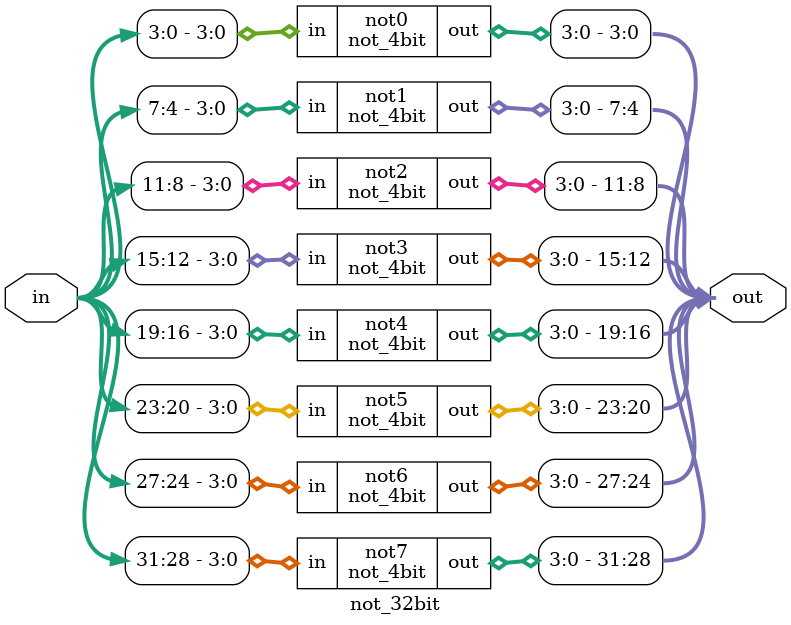
<source format=v>
module adder_1bit (carryOut,sum,a,b,carryIn);
    input a,b,carryIn;
    output sum, carryOut;
    assign sum = a^b^carryIn;
    assign carryOut = a&b | b&carryIn | carryIn&a;
    
endmodule

module adder_4bit(carryOut,sum,a,b,carryIn);
    input [3:0] a,b;
    input carryIn;
    output [3:0] sum;
    output carryOut;
    wire [2:0] internalCarry;

    adder_1bit adder0(internalCarry[0],sum[0],a[0],b[0],carryIn);
    adder_1bit adder1(internalCarry[1],sum[1],a[1],b[1],internalCarry[0]);
    adder_1bit adder2(internalCarry[2],sum[2],a[2],b[2],internalCarry[1]);
    adder_1bit adder3(carryOut,sum[3],a[3],b[3],internalCarry[2]);
endmodule

module adder_32bit(carryOut,sum,a,b,carryIn);
input [31:0] a,b;
input carryIn;
output [31:0] sum;
output carryOut;
wire [6:0] internalCarry;

adder_4bit adder0(
    .carryOut(internalCarry[0]),
    .sum(sum[3:0]),
    .a(a[3:0]),
    .b(b[3:0]),
    .carryIn(carryIn)
);
adder_4bit adder1(
    .carryOut(internalCarry[1]),
    .sum(sum[7:4]),
    .a(a[7:4]),
    .b(b[7:4]),
    .carryIn(internalCarry[0])
);
adder_4bit adder2(
    .carryOut(internalCarry[2]),
    .sum(sum[11:8]),
    .a(a[11:8]),
    .b(b[11:8]),
    .carryIn(internalCarry[1])
);
adder_4bit adder3(
    .carryOut(internalCarry[3]),
    .sum(sum[15:12]),
    .a(a[15:12]),
    .b(b[15:12]),
    .carryIn(internalCarry[2])
);
adder_4bit adder4(
    .carryOut(internalCarry[4]),
    .sum(sum[19:16]),
    .a(a[19:16]),
    .b(b[19:16]),
    .carryIn(internalCarry[3])
);
adder_4bit adder5(
    .carryOut(internalCarry[5]),
    .sum(sum[23:20]),
    .a(a[23:20]),
    .b(b[23:20]),
    .carryIn(internalCarry[4])
);
adder_4bit adder6(
    .carryOut(internalCarry[6]),
    .sum(sum[27:24]),
    .a(a[27:24]),
    .b(b[27:24]),
    .carryIn(internalCarry[5])
);
adder_4bit adder7(
    .carryOut(carryOut),
    .sum(sum[31:28]),
    .a(a[31:28]),
    .b(b[31:28]),
    .carryIn(internalCarry[6])
);

endmodule

module and_4bit(out,a,b);
    input [3:0] a,b;
    output [3:0] out;

    assign out[0] = a[0] & b[0];
    assign out[1] = a[1] & b[1];
    assign out[2] = a[2] & b[2];
    assign out[3] = a[3] & b[3];
endmodule

module and_32bit(out,a,b);
    input [31:0] a,b;
    output [31:0] out;

    and_4bit and0(
        .out(out[3:0]),
        .a(a[3:0]),
        .b(b[3:0])
    );
    and_4bit and1(
        .out(out[7:4]),
        .a(a[7:4]),
        .b(b[7:4])
    );
    and_4bit and2(
        .out(out[11:8]),
        .a(a[11:8]),
        .b(b[11:8])
    );
    and_4bit and3(
        .out(out[15:12]),
        .a(a[15:12]),
        .b(b[15:12])
    );
    and_4bit and4(
        .out(out[19:16]),
        .a(a[19:16]),
        .b(b[19:16])
    );
    and_4bit and5(
        .out(out[23:20]),
        .a(a[23:20]),
        .b(b[23:20])
    );
    and_4bit and6(
        .out(out[27:24]),
        .a(a[27:24]),
        .b(b[27:24])
    );
    and_4bit and7(
        .out(out[31:28]),
        .a(a[31:28]),
        .b(b[31:28])
    );
endmodule

module mux_2x1(a,b,select,out); //a if 0, b if 1
    input a,b,select;
    output out;
    wire selectNot, and1,and2;

    not(selectNot,select);
    and(and1,selectNot,a);
    and(and2,select,b);
    or(out,and1,and2);

endmodule

module mux_4x1(a,b,c,d,select,out); //
input a,b,c,d;
input[1:0] select;
output out;
wire [1:0] internalOutputs;

mux_2x1 mux1(
    .a(a),
    .b(b),
    .select(select[1]),
    .out(internalOutputs[0])
);

mux_2x1 mux2(
    .a(c),
    .b(d),
    .select(select[1]),
    .out(internalOutputs[1])
);

mux_2x1 mux3(
    .a(internalOutputs[0]),
    .b(internalOutputs[1]),
    .select(select[0]),
    .out(out)
);

endmodule

module mux_5x1_1bit(a,b,c,d,e,select,out);
    input a,b,c,d,e;
    input [2:0] select;
    output out;
    wire internalOutput;
    
    mux_4x1 mux1(
        .a(a),
        .b(b),
        .c(c),
        .d(d),
        .select(select[1:0]),
        .out(internalOutput)
    );

    mux_2x1 mux2(
        .a(internalOutput),
        .b(e),
        .select(select[2]),
        .out(out)
    );

endmodule

module mux_2x1_4bit(a,b,select,out);
    input [3:0] a,b;
    input select;
    output [3:0] out;

    mux_2x1 mux0(
        .a(a[0]),
        .b(b[0]),
        .select(select),
        .out(out[0])
    );
    mux_2x1 mux1(
        .a(a[1]),
        .b(b[1]),
        .select(select),
        .out(out[1])
    );
    mux_2x1 mux2(
        .a(a[2]),
        .b(b[2]),
        .select(select),
        .out(out[2])
    );
    mux_2x1 mux3(
        .a(a[3]),
        .b(b[3]),
        .select(select),
        .out(out[3])
    );

endmodule

module mux_5x1_4bit(a,b,c,d,e,select,out);
    input [3:0] a,b,c,d,e;
    input [2:0] select;
    output [3:0] out;

    mux_5x1_1bit mux0(
        .a(a[0]),
        .b(b[0]),
        .c(c[0]),
        .d(d[0]),
        .e(e[0]),
        .select(select[2:0]),
        .out(out[0])
    );
    mux_5x1_1bit mux1(
        .a(a[1]),
        .b(b[1]),
        .c(c[1]),
        .d(d[1]),
        .e(e[1]),
        .select(select[2:0]),
        .out(out[1])
    );
    mux_5x1_1bit mux2(
        .a(a[2]),
        .b(b[2]),
        .c(c[2]),
        .d(d[2]),
        .e(e[2]),
        .select(select[2:0]),
        .out(out[2])
    );
    mux_5x1_1bit mux3(
        .a(a[3]),
        .b(b[3]),
        .c(c[3]),
        .d(d[3]),
        .e(e[3]),
        .select(select[2:0]),
        .out(out[3])
    );

endmodule

module mux_2x1_32bit(a,b,select,out);
    input [31:0] a,b;
    input select;
    output [31:0] out;

    mux_2x1_4bit mux0(
        .a(a[3:0]),
        .b(b[3:0]),
        .select(select),
        .out(out[3:0])
    );
    mux_2x1_4bit mux1(
        .a(a[7:4]),
        .b(b[7:4]),
        .select(select),
        .out(out[7:4])
    );
    mux_2x1_4bit mux2(
        .a(a[11:8]),
        .b(b[11:8]),
        .select(select),
        .out(out[11:8])
    );
    mux_2x1_4bit mux3(
        .a(a[15:12]),
        .b(b[15:12]),
        .select(select),
        .out(out[15:12])
    );
    mux_2x1_4bit mux4(
        .a(a[19:16]),
        .b(b[19:16]),
        .select(select),
        .out(out[19:16])
    );
    mux_2x1_4bit mux5(
        .a(a[23:20]),
        .b(b[23:20]),
        .select(select),
        .out(out[23:20])
    );
    mux_2x1_4bit mux6(
        .a(a[27:24]),
        .b(b[27:24]),
        .select(select),
        .out(out[27:24])
    );
    mux_2x1_4bit mux7(
        .a(a[31:28]),
        .b(b[31:28]),
        .select(select),
        .out(out[31:28])
    );
endmodule

module mux_5x1_32bit(a,b,c,d,e,select,out);
    input [31:0] a,b,c,d,e;
    input [2:0] select;
    output [31:0] out;

    mux_5x1_4bit mux0(
        .a(a[3:0]),
        .b(b[3:0]),
        .c(c[3:0]),
        .d(d[3:0]),
        .e(e[3:0]),
        .select(select[2:0]),
        .out(out[3:0])
    );
    mux_5x1_4bit mux1(
        .a(a[7:4]),
        .b(b[7:4]),
        .c(c[7:4]),
        .d(d[7:4]),
        .e(e[7:4]),
        .select(select[2:0]),
        .out(out[7:4])
    );
    mux_5x1_4bit mux2(
        .a(a[11:8]),
        .b(b[11:8]),
        .c(c[11:8]),
        .d(d[11:8]),
        .e(e[11:8]),
        .select(select[2:0]),
        .out(out[11:8])
    );
    mux_5x1_4bit mux3(
        .a(a[15:12]),
        .b(b[15:12]),
        .c(c[15:12]),
        .d(d[15:12]),
        .e(e[15:12]),
        .select(select[2:0]),
        .out(out[15:12])
    );
    mux_5x1_4bit mux4(
        .a(a[19:16]),
        .b(b[19:16]),
        .c(c[19:16]),
        .d(d[19:16]),
        .e(e[19:16]),
        .select(select[2:0]),
        .out(out[19:16])
    );
    mux_5x1_4bit mux5(
        .a(a[23:20]),
        .b(b[23:20]),
        .c(c[23:20]),
        .d(d[23:20]),
        .e(e[23:20]),
        .select(select[2:0]),
        .out(out[23:20])
    );
    mux_5x1_4bit mux6(
        .a(a[27:24]),
        .b(b[27:24]),
        .c(c[27:24]),
        .d(d[27:24]),
        .e(e[27:24]),
        .select(select[2:0]),
        .out(out[27:24])
    );
    mux_5x1_4bit mux7(
        .a(a[31:28]),
        .b(b[31:28]),
        .c(c[31:28]),
        .d(d[31:28]),
        .e(e[31:28]),
        .select(select[2:0]),
        .out(out[31:28])
    );

endmodule

module xor_4bit(out,a,b);
    input [3:0] a,b;
    output [3:0] out;

    assign out[0] = a[0] ^ b[0];
    assign out[1] = a[1] ^ b[1];
    assign out[2] = a[2] ^ b[2];
    assign out[3] = a[3] ^ b[3];
endmodule

module xor_32bit(out,a,b);
    input [31:0] a,b;
    output [31:0] out;

    xor_4bit xor0(
        .out(out[3:0]),
        .a(a[3:0]),
        .b(b[3:0])
    );
    xor_4bit xor1(
        .out(out[7:4]),
        .a(a[7:4]),
        .b(b[7:4])
    );
    xor_4bit xor2(
        .out(out[11:8]),
        .a(a[11:8]),
        .b(b[11:8])
    );
    xor_4bit xor3(
        .out(out[15:12]),
        .a(a[15:12]),
        .b(b[15:12])
    );
    xor_4bit xor4(
        .out(out[19:16]),
        .a(a[19:16]),
        .b(b[19:16])
    );
    xor_4bit xor5(
        .out(out[23:20]),
        .a(a[23:20]),
        .b(b[23:20])
    );
    xor_4bit xor6(
        .out(out[27:24]),
        .a(a[27:24]),
        .b(b[27:24])
    );
    xor_4bit xor7(
        .out(out[31:28]),
        .a(a[31:28]),
        .b(b[31:28])
    );
endmodule

module zeroExtend_1bit(a,out);
    input a;
    output out;
    assign out = a;
endmodule

module zeroExtend_4bit(a,out);
    input a;
    output [3:0] out;
    zeroExtend_1bit extend0(
        .a(a),
        .out(out[0])
    );
    zeroExtend_1bit extend1(
        .a(1'b0),
        .out(out[1])
    );
    zeroExtend_1bit extend2(
        .a(1'b0),
        .out(out[2])
    );
    zeroExtend_1bit extend3(
        .a(1'b0),
        .out(out[3])
    );
endmodule

module zeroExtend_32bit(a,out);
    input a;
    output [31:0] out;
    zeroExtend_4bit extend0(
        .a(a),
        .out(out[3:0])
    );
    zeroExtend_4bit extend1(
        .a(1'b0),
        .out(out[7:4])
    );
    zeroExtend_4bit extend2(
        .a(1'b0),
        .out(out[11:8])
    );
    zeroExtend_4bit extend3(
        .a(1'b0),
        .out(out[15:12])
    );
    zeroExtend_4bit extend4(
        .a(1'b0),
        .out(out[19:16])
    );
    zeroExtend_4bit extend5(
        .a(1'b0),
        .out(out[23:20])
    );
    zeroExtend_4bit extend6(
        .a(1'b0),
        .out(out[27:24])
    );
    zeroExtend_4bit extend7(
        .a(1'b0),
        .out(out[31:28])
    );
endmodule

module not_4bit(out,in);
    input [3:0] in;
    output [3:0] out;

    assign out[0] = ~in[0];
    assign out[1] = ~in[1];
    assign out[2] = ~in[2];
    assign out[3] = ~in[3];
endmodule

module not_32bit(out,in);
    input [31:0] in;
    output [31:0] out;

    not_4bit not0(
        .out(out[3:0]),
        .in(in[3:0])
    );
    not_4bit not1(
        .out(out[7:4]),
        .in(in[7:4])
    );
    not_4bit not2(
        .out(out[11:8]),
        .in(in[11:8])
    );
    not_4bit not3(
        .out(out[15:12]),
        .in(in[15:12])
    );
    not_4bit not4(
        .out(out[19:16]),
        .in(in[19:16])
    );
    not_4bit not5(
        .out(out[23:20]),
        .in(in[23:20])
    );
    not_4bit not6(
        .out(out[27:24]),
        .in(in[27:24])
    );
    not_4bit not7(
        .out(out[31:28]),
        .in(in[31:28])
    );
endmodule
</source>
